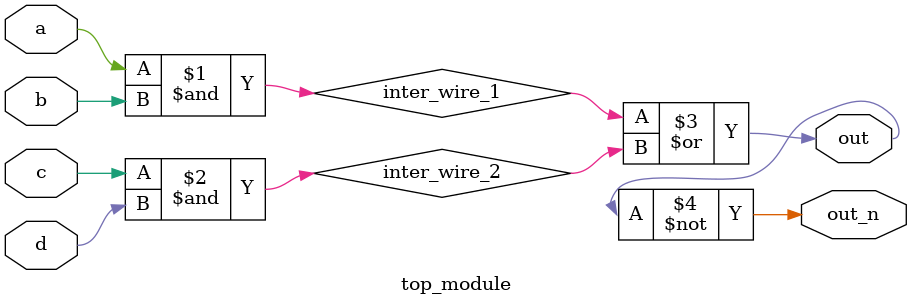
<source format=sv>
module top_module (
	input a,
	input b,
	input c,
	input d,
	output out,
	output out_n ); 

	wire inter_wire_1;
	wire inter_wire_2;

	and gate_1 (inter_wire_1, a, b);
	and gate_2 (inter_wire_2, c, d);
	or  gate_3 (out, inter_wire_1, inter_wire_2);
	not gate_4 (out_n, out);

endmodule

</source>
